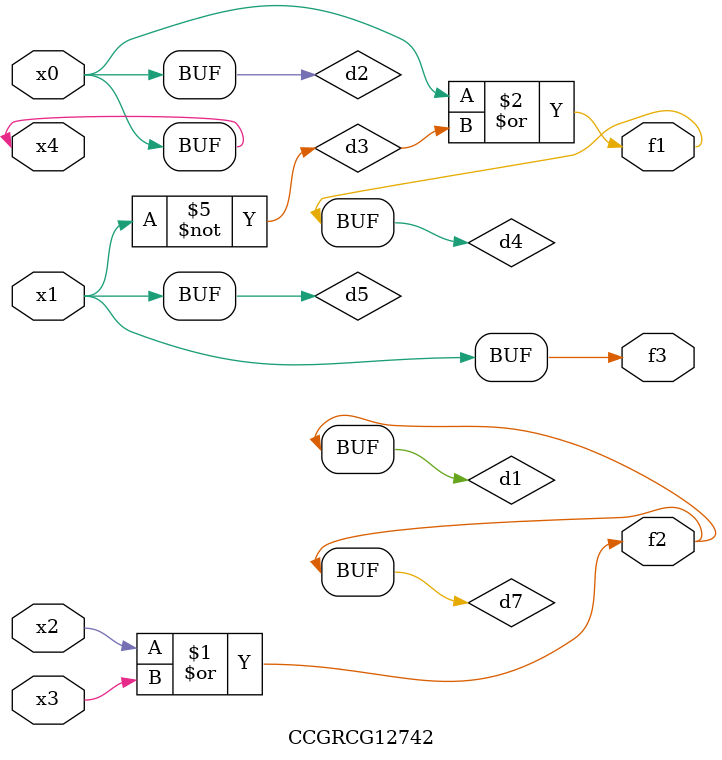
<source format=v>
module CCGRCG12742(
	input x0, x1, x2, x3, x4,
	output f1, f2, f3
);

	wire d1, d2, d3, d4, d5, d6, d7;

	or (d1, x2, x3);
	buf (d2, x0, x4);
	not (d3, x1);
	or (d4, d2, d3);
	not (d5, d3);
	nand (d6, d1, d3);
	or (d7, d1);
	assign f1 = d4;
	assign f2 = d7;
	assign f3 = d5;
endmodule

</source>
